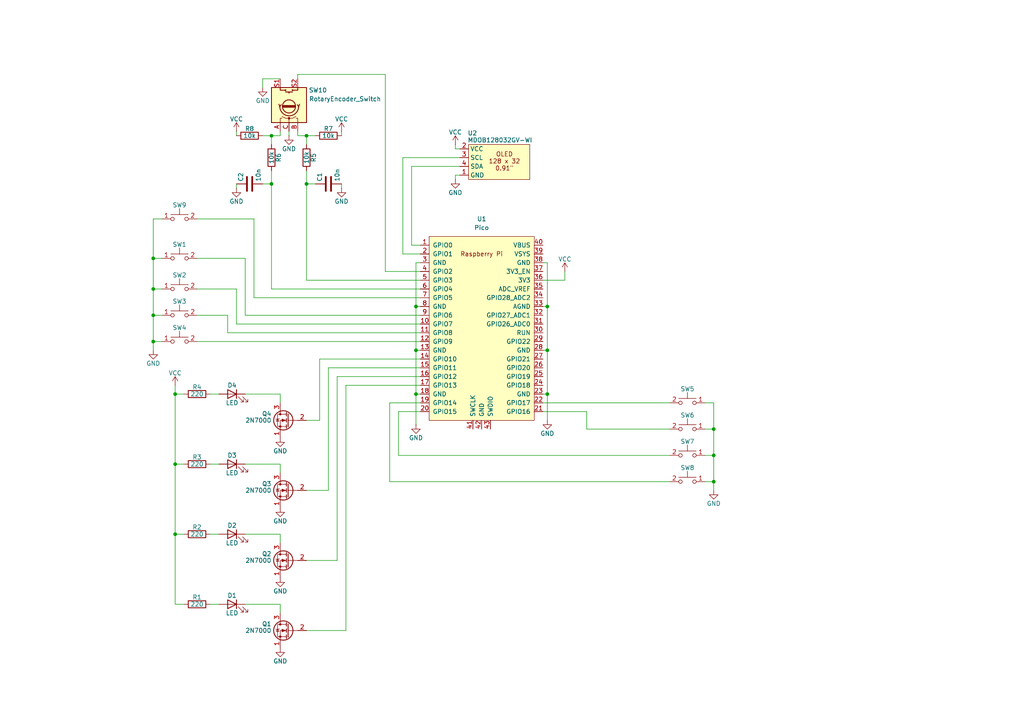
<source format=kicad_sch>
(kicad_sch (version 20231120) (generator "eeschema") (generator_version "8.0")
  (paper "A4")
  (lib_symbols
    (symbol "Device:C" (pin_numbers hide) (pin_names (offset 0.254))
      (property "Reference" "C" (at 0.635 2.54 0))
      (property "Value" "C" (at 0.635 -2.54 0))
      (symbol "C_0_1"
        (polyline (pts (xy -2.032 -0.762) (xy 2.032 -0.762)) (stroke (width 0.508)))
        (polyline (pts (xy -2.032 0.762) (xy 2.032 0.762)) (stroke (width 0.508)))
      )
      (symbol "C_1_1"
        (pin passive line (at 0 3.81 270) (length 2.794) (name "~") (number "1"))
        (pin passive line (at 0 -3.81 90) (length 2.794) (name "~") (number "2"))
      )
    )
    (symbol "Device:LED" (pin_numbers hide) (pin_names (offset 1.016) hide)
      (property "Reference" "D" (at 0 2.54 0))
      (property "Value" "LED" (at 0 -2.54 0))
      (symbol "LED_0_1"
        (polyline (pts (xy -1.27 -1.27) (xy -1.27 1.27)) (stroke (width 0.254)))
        (polyline (pts (xy -1.27 0) (xy 1.27 0)))
        (polyline (pts (xy 1.27 -1.27) (xy 1.27 1.27) (xy -1.27 0) (xy 1.27 -1.27)) (stroke (width 0.254)))
        (polyline (pts (xy -3.048 -0.762) (xy -4.572 -2.286) (xy -3.81 -2.286) (xy -4.572 -2.286) (xy -4.572 -1.524)))
        (polyline (pts (xy -1.778 -0.762) (xy -3.302 -2.286) (xy -2.54 -2.286) (xy -3.302 -2.286) (xy -3.302 -1.524)))
      )
      (symbol "LED_1_1"
        (pin passive line (at -3.81 0 0) (length 2.54) (name "K") (number "1"))
        (pin passive line (at 3.81 0 180) (length 2.54) (name "A") (number "2"))
      )
    )
    (symbol "Device:R" (pin_numbers hide) (pin_names (offset 0))
      (property "Reference" "R" (at 2.032 0 90))
      (property "Value" "R" (at 0 0 90))
      (symbol "R_0_1"
        (rectangle (start -1.016 -2.54) (end 1.016 2.54) (stroke (width 0.254)))
      )
      (symbol "R_1_1"
        (pin passive line (at 0 3.81 270) (length 1.27) (name "~") (number "1"))
        (pin passive line (at 0 -3.81 90) (length 1.27) (name "~") (number "2"))
      )
    )
    (symbol "Device:RotaryEncoder_Switch" (pin_names (offset 0.254) hide)
      (property "Reference" "SW" (at 0 6.604 0))
      (property "Value" "RotaryEncoder_Switch" (at 0 -6.604 0))
      (symbol "RotaryEncoder_Switch_0_1"
        (rectangle (start -5.08 5.08) (end 5.08 -5.08) (stroke (width 0.254)) (fill (type background)))
        (circle (center -3.81 0) (radius 0.254) (fill (type outline)))
        (circle (center -0.381 0) (radius 1.905) (stroke (width 0.254)))
        (arc (start -0.381 2.667) (mid -3.0988 -0.0635) (end -0.381 -2.794) (stroke (width 0.254)))
        (polyline (pts (xy -0.635 -1.778) (xy -0.635 1.778)) (stroke (width 0.254)))
        (polyline (pts (xy -0.381 -1.778) (xy -0.381 1.778)) (stroke (width 0.254)))
        (polyline (pts (xy -0.127 1.778) (xy -0.127 -1.778)) (stroke (width 0.254)))
        (polyline (pts (xy 3.81 0) (xy 3.429 0)) (stroke (width 0.254)))
        (polyline (pts (xy 3.81 1.016) (xy 3.81 -1.016)) (stroke (width 0.254)))
        (polyline (pts (xy -5.08 -2.54) (xy -3.81 -2.54) (xy -3.81 -2.032)))
        (polyline (pts (xy -5.08 2.54) (xy -3.81 2.54) (xy -3.81 2.032)))
        (polyline (pts (xy 0.254 -3.048) (xy -0.508 -2.794) (xy 0.127 -2.413)) (stroke (width 0.254)))
        (polyline (pts (xy 0.254 2.921) (xy -0.508 2.667) (xy 0.127 2.286)) (stroke (width 0.254)))
        (polyline (pts (xy 5.08 -2.54) (xy 4.318 -2.54) (xy 4.318 -1.016)) (stroke (width 0.254)))
        (polyline (pts (xy 5.08 2.54) (xy 4.318 2.54) (xy 4.318 1.016)) (stroke (width 0.254)))
        (polyline (pts (xy -5.08 0) (xy -3.81 0) (xy -3.81 -1.016) (xy -3.302 -2.032)))
        (polyline (pts (xy -4.318 0) (xy -3.81 0) (xy -3.81 1.016) (xy -3.302 2.032)))
        (circle (center 4.318 -1.016) (radius 0.127) (stroke (width 0.254)))
        (circle (center 4.318 1.016) (radius 0.127) (stroke (width 0.254)))
      )
      (symbol "RotaryEncoder_Switch_1_1"
        (pin passive line (at -7.62 2.54 0) (length 2.54) (name "A") (number "A"))
        (pin passive line (at -7.62 -2.54 0) (length 2.54) (name "B") (number "B"))
        (pin passive line (at -7.62 0 0) (length 2.54) (name "C") (number "C"))
        (pin passive line (at 7.62 2.54 180) (length 2.54) (name "S1") (number "S1"))
        (pin passive line (at 7.62 -2.54 180) (length 2.54) (name "S2") (number "S2"))
      )
    )
    (symbol "LiveWires:MDOB128032GV-WI"
      (property "Reference" "U" (at -0.254 4.572 0))
      (property "Value" "MDOB128032GV-WI" (at -0.254 2.54 0))
      (symbol "MDOB128032GV-WI_1_1"
        (rectangle (start 0 1.27) (end 17.78 -8.89) (fill (type background)))
        (text "OLED\n128 x 32\n0.91\"" (at 10.414 -3.556 0) (effects (font (size 1.27 1.27))))
        (pin power_in line (at -2.54 -7.62 0) (length 2.54) (name "GND") (number "1"))
        (pin power_in line (at -2.54 0 0) (length 2.54) (name "VCC") (number "2"))
        (pin input line (at -2.54 -2.54 0) (length 2.54) (name "SCL") (number "3"))
        (pin bidirectional line (at -2.54 -5.08 0) (length 2.54) (name "SDA") (number "4"))
      )
    )
    (symbol "Transistor_FET:2N7000" (pin_names hide)
      (property "Reference" "Q" (at 5.08 1.905 0))
      (property "Value" "2N7000" (at 5.08 0 0))
      (symbol "2N7000_0_1"
        (polyline (pts (xy 0.254 0) (xy -2.54 0)))
        (polyline (pts (xy 0.254 1.905) (xy 0.254 -1.905)) (stroke (width 0.254)))
        (polyline (pts (xy 0.762 -1.27) (xy 0.762 -2.286)) (stroke (width 0.254)))
        (polyline (pts (xy 0.762 0.508) (xy 0.762 -0.508)) (stroke (width 0.254)))
        (polyline (pts (xy 0.762 2.286) (xy 0.762 1.27)) (stroke (width 0.254)))
        (polyline (pts (xy 2.54 2.54) (xy 2.54 1.778)))
        (polyline (pts (xy 2.54 -2.54) (xy 2.54 0) (xy 0.762 0)))
        (polyline (pts (xy 0.762 -1.778) (xy 3.302 -1.778) (xy 3.302 1.778) (xy 0.762 1.778)))
        (polyline (pts (xy 1.016 0) (xy 2.032 0.381) (xy 2.032 -0.381) (xy 1.016 0)) (fill (type outline)))
        (polyline (pts (xy 2.794 0.508) (xy 2.921 0.381) (xy 3.683 0.381) (xy 3.81 0.254)))
        (polyline (pts (xy 3.302 0.381) (xy 2.921 -0.254) (xy 3.683 -0.254) (xy 3.302 0.381)))
        (circle (center 1.651 0) (radius 2.794) (stroke (width 0.254)))
        (circle (center 2.54 -1.778) (radius 0.254) (fill (type outline)))
        (circle (center 2.54 1.778) (radius 0.254) (fill (type outline)))
      )
      (symbol "2N7000_1_1"
        (pin passive line (at 2.54 -5.08 90) (length 2.54) (name "S") (number "1"))
        (pin input line (at -5.08 0 0) (length 2.54) (name "G") (number "2"))
        (pin passive line (at 2.54 5.08 270) (length 2.54) (name "D") (number "3"))
      )
    )
    (symbol "YE_3rdParty:Cherry_MX" (pin_names hide)
      (property "Reference" "SW" (at 0 2.032 0))
      (symbol "Cherry_MX_0_1"
        (circle (center -2.032 -1.27) (radius 0.508))
        (polyline (pts (xy 0 0) (xy 0 1.778)))
        (polyline (pts (xy 2.54 0) (xy -2.54 0)))
        (circle (center 2.032 -1.27) (radius 0.508))
        (pin passive line (at -5.08 -1.27 0) (length 2.54) (name "1") (number "1"))
        (pin passive line (at 5.08 -1.27 180) (length 2.54) (name "2") (number "2"))
      )
    )
    (symbol "YE_3rdParty:Pico" (pin_names (offset 1.016))
      (property "Reference" "U" (at -13.97 27.94 0))
      (property "Value" "Pico" (at 0 19.05 0))
      (symbol "Pico_0_0"
        (text "Raspberry Pi" (at 0 21.59 0) (effects (font (size 1.27 1.27))))
      )
      (symbol "Pico_0_1"
        (rectangle (start -15.24 26.67) (end 15.24 -26.67) (fill (type background)))
      )
      (symbol "Pico_1_1"
        (pin bidirectional line (at -17.78 24.13 0) (length 2.54) (name "GPIO0") (number "1"))
        (pin bidirectional line (at -17.78 1.27 0) (length 2.54) (name "GPIO7") (number "10"))
        (pin bidirectional line (at -17.78 -1.27 0) (length 2.54) (name "GPIO8") (number "11"))
        (pin bidirectional line (at -17.78 -3.81 0) (length 2.54) (name "GPIO9") (number "12"))
        (pin power_in line (at -17.78 -6.35 0) (length 2.54) (name "GND") (number "13"))
        (pin bidirectional line (at -17.78 -8.89 0) (length 2.54) (name "GPIO10") (number "14"))
        (pin bidirectional line (at -17.78 -11.43 0) (length 2.54) (name "GPIO11") (number "15"))
        (pin bidirectional line (at -17.78 -13.97 0) (length 2.54) (name "GPIO12") (number "16"))
        (pin bidirectional line (at -17.78 -16.51 0) (length 2.54) (name "GPIO13") (number "17"))
        (pin power_in line (at -17.78 -19.05 0) (length 2.54) (name "GND") (number "18"))
        (pin bidirectional line (at -17.78 -21.59 0) (length 2.54) (name "GPIO14") (number "19"))
        (pin bidirectional line (at -17.78 21.59 0) (length 2.54) (name "GPIO1") (number "2"))
        (pin bidirectional line (at -17.78 -24.13 0) (length 2.54) (name "GPIO15") (number "20"))
        (pin bidirectional line (at 17.78 -24.13 180) (length 2.54) (name "GPIO16") (number "21"))
        (pin bidirectional line (at 17.78 -21.59 180) (length 2.54) (name "GPIO17") (number "22"))
        (pin power_in line (at 17.78 -19.05 180) (length 2.54) (name "GND") (number "23"))
        (pin bidirectional line (at 17.78 -16.51 180) (length 2.54) (name "GPIO18") (number "24"))
        (pin bidirectional line (at 17.78 -13.97 180) (length 2.54) (name "GPIO19") (number "25"))
        (pin bidirectional line (at 17.78 -11.43 180) (length 2.54) (name "GPIO20") (number "26"))
        (pin bidirectional line (at 17.78 -8.89 180) (length 2.54) (name "GPIO21") (number "27"))
        (pin power_in line (at 17.78 -6.35 180) (length 2.54) (name "GND") (number "28"))
        (pin bidirectional line (at 17.78 -3.81 180) (length 2.54) (name "GPIO22") (number "29"))
        (pin power_in line (at -17.78 19.05 0) (length 2.54) (name "GND") (number "3"))
        (pin input line (at 17.78 -1.27 180) (length 2.54) (name "RUN") (number "30"))
        (pin bidirectional line (at 17.78 1.27 180) (length 2.54) (name "GPIO26_ADC0") (number "31"))
        (pin bidirectional line (at 17.78 3.81 180) (length 2.54) (name "GPIO27_ADC1") (number "32"))
        (pin power_in line (at 17.78 6.35 180) (length 2.54) (name "AGND") (number "33"))
        (pin bidirectional line (at 17.78 8.89 180) (length 2.54) (name "GPIO28_ADC2") (number "34"))
        (pin unspecified line (at 17.78 11.43 180) (length 2.54) (name "ADC_VREF") (number "35"))
        (pin unspecified line (at 17.78 13.97 180) (length 2.54) (name "3V3") (number "36"))
        (pin input line (at 17.78 16.51 180) (length 2.54) (name "3V3_EN") (number "37"))
        (pin bidirectional line (at 17.78 19.05 180) (length 2.54) (name "GND") (number "38"))
        (pin unspecified line (at 17.78 21.59 180) (length 2.54) (name "VSYS") (number "39"))
        (pin bidirectional line (at -17.78 16.51 0) (length 2.54) (name "GPIO2") (number "4"))
        (pin unspecified line (at 17.78 24.13 180) (length 2.54) (name "VBUS") (number "40"))
        (pin input line (at -2.54 -29.21 90) (length 2.54) (name "SWCLK") (number "41"))
        (pin power_in line (at 0 -29.21 90) (length 2.54) (name "GND") (number "42"))
        (pin bidirectional line (at 2.54 -29.21 90) (length 2.54) (name "SWDIO") (number "43"))
        (pin bidirectional line (at -17.78 13.97 0) (length 2.54) (name "GPIO3") (number "5"))
        (pin bidirectional line (at -17.78 11.43 0) (length 2.54) (name "GPIO4") (number "6"))
        (pin bidirectional line (at -17.78 8.89 0) (length 2.54) (name "GPIO5") (number "7"))
        (pin power_in line (at -17.78 6.35 0) (length 2.54) (name "GND") (number "8"))
        (pin bidirectional line (at -17.78 3.81 0) (length 2.54) (name "GPIO6") (number "9"))
      )
    )
    (symbol "power:GND" (power) (pin_numbers hide) (pin_names (offset 0) hide)
      (property "Value" "GND" (at 0 -3.81 0))
      (symbol "GND_0_1"
        (polyline (pts (xy 0 0) (xy 0 -1.27) (xy 1.27 -1.27) (xy 0 -2.54) (xy -1.27 -1.27) (xy 0 -1.27)))
      )
      (symbol "GND_1_1"
        (pin power_in line (at 0 0 270) (length 0) (name "~") (number "1"))
      )
    )
    (symbol "power:VCC" (power) (pin_numbers hide) (pin_names (offset 0) hide)
      (property "Value" "VCC" (at 0 3.556 0))
      (symbol "VCC_0_1"
        (polyline (pts (xy -0.762 1.27) (xy 0 2.54)))
        (polyline (pts (xy 0 0) (xy 0 2.54)))
        (polyline (pts (xy 0 2.54) (xy 0.762 1.27)))
      )
      (symbol "VCC_1_1"
        (pin power_in line (at 0 0 90) (length 0) (name "~") (number "1"))
      )
    )
  )
  (junction (at 50.8 134.62))
  (junction (at 207.01 139.7))
  (junction (at 50.8 154.94))
  (junction (at 50.8 114.3))
  (junction (at 44.45 83.82))
  (junction (at 88.9 39.37))
  (junction (at 78.74 39.37))
  (junction (at 207.01 132.08))
  (junction (at 44.45 99.06))
  (junction (at 158.75 88.9))
  (junction (at 120.65 101.6))
  (junction (at 120.65 88.9))
  (junction (at 158.75 101.6))
  (junction (at 78.74 53.34))
  (junction (at 158.75 114.3))
  (junction (at 207.01 124.46))
  (junction (at 88.9 53.34))
  (junction (at 44.45 91.44))
  (junction (at 44.45 74.93))
  (junction (at 120.65 114.3))
  (wire (pts (xy 71.12 91.44) (xy 121.92 91.44)))
  (wire (pts (xy 163.83 81.28) (xy 163.83 78.74)))
  (wire (pts (xy 121.92 76.2) (xy 120.65 76.2)))
  (wire (pts (xy 88.9 162.56) (xy 97.79 162.56)))
  (wire (pts (xy 44.45 91.44) (xy 46.99 91.44)))
  (wire (pts (xy 83.82 38.1) (xy 83.82 39.37)))
  (wire (pts (xy 78.74 53.34) (xy 78.74 83.82)))
  (wire (pts (xy 133.35 50.8) (xy 132.08 50.8)))
  (wire (pts (xy 73.66 86.36) (xy 121.92 86.36)))
  (wire (pts (xy 121.92 73.66) (xy 116.84 73.66)))
  (wire (pts (xy 86.36 22.86) (xy 86.36 21.59)))
  (wire (pts (xy 119.38 48.26) (xy 119.38 71.12)))
  (wire (pts (xy 81.28 114.3) (xy 81.28 116.84)))
  (wire (pts (xy 88.9 81.28) (xy 88.9 53.34)))
  (wire (pts (xy 121.92 101.6) (xy 120.65 101.6)))
  (wire (pts (xy 86.36 39.37) (xy 88.9 39.37)))
  (wire (pts (xy 86.36 21.59) (xy 111.76 21.59)))
  (wire (pts (xy 119.38 71.12) (xy 121.92 71.12)))
  (wire (pts (xy 66.04 96.52) (xy 66.04 91.44)))
  (wire (pts (xy 113.03 139.7) (xy 113.03 116.84)))
  (wire (pts (xy 194.31 139.7) (xy 113.03 139.7)))
  (wire (pts (xy 121.92 106.68) (xy 95.25 106.68)))
  (wire (pts (xy 95.25 142.24) (xy 88.9 142.24)))
  (wire (pts (xy 158.75 88.9) (xy 158.75 76.2)))
  (wire (pts (xy 88.9 121.92) (xy 92.71 121.92)))
  (wire (pts (xy 57.15 74.93) (xy 71.12 74.93)))
  (wire (pts (xy 121.92 88.9) (xy 120.65 88.9)))
  (wire (pts (xy 99.06 38.1) (xy 99.06 39.37)))
  (wire (pts (xy 78.74 49.53) (xy 78.74 53.34)))
  (wire (pts (xy 121.92 114.3) (xy 120.65 114.3)))
  (wire (pts (xy 95.25 106.68) (xy 95.25 142.24)))
  (wire (pts (xy 157.48 101.6) (xy 158.75 101.6)))
  (wire (pts (xy 207.01 124.46) (xy 207.01 132.08)))
  (wire (pts (xy 76.2 22.86) (xy 81.28 22.86)))
  (wire (pts (xy 76.2 25.4) (xy 76.2 22.86)))
  (wire (pts (xy 81.28 134.62) (xy 71.12 134.62)))
  (wire (pts (xy 68.58 53.34) (xy 68.58 54.61)))
  (wire (pts (xy 50.8 114.3) (xy 50.8 134.62)))
  (wire (pts (xy 204.47 116.84) (xy 207.01 116.84)))
  (wire (pts (xy 121.92 119.38) (xy 115.57 119.38)))
  (wire (pts (xy 44.45 83.82) (xy 44.45 91.44)))
  (wire (pts (xy 78.74 83.82) (xy 121.92 83.82)))
  (wire (pts (xy 157.48 116.84) (xy 194.31 116.84)))
  (wire (pts (xy 81.28 137.16) (xy 81.28 134.62)))
  (wire (pts (xy 100.33 111.76) (xy 100.33 182.88)))
  (wire (pts (xy 111.76 78.74) (xy 121.92 78.74)))
  (wire (pts (xy 68.58 38.1) (xy 68.58 39.37)))
  (wire (pts (xy 88.9 39.37) (xy 91.44 39.37)))
  (wire (pts (xy 97.79 162.56) (xy 97.79 109.22)))
  (wire (pts (xy 63.5 175.26) (xy 60.96 175.26)))
  (wire (pts (xy 88.9 39.37) (xy 88.9 41.91)))
  (wire (pts (xy 204.47 132.08) (xy 207.01 132.08)))
  (wire (pts (xy 71.12 114.3) (xy 81.28 114.3)))
  (wire (pts (xy 207.01 132.08) (xy 207.01 139.7)))
  (wire (pts (xy 81.28 154.94) (xy 81.28 157.48)))
  (wire (pts (xy 116.84 45.72) (xy 133.35 45.72)))
  (wire (pts (xy 81.28 39.37) (xy 78.74 39.37)))
  (wire (pts (xy 158.75 121.92) (xy 158.75 114.3)))
  (wire (pts (xy 158.75 101.6) (xy 158.75 88.9)))
  (wire (pts (xy 207.01 139.7) (xy 207.01 142.24)))
  (wire (pts (xy 115.57 119.38) (xy 115.57 132.08)))
  (wire (pts (xy 88.9 49.53) (xy 88.9 53.34)))
  (wire (pts (xy 78.74 39.37) (xy 78.74 41.91)))
  (wire (pts (xy 92.71 121.92) (xy 92.71 104.14)))
  (wire (pts (xy 50.8 114.3) (xy 53.34 114.3)))
  (wire (pts (xy 53.34 134.62) (xy 50.8 134.62)))
  (wire (pts (xy 157.48 119.38) (xy 170.18 119.38)))
  (wire (pts (xy 44.45 83.82) (xy 46.99 83.82)))
  (wire (pts (xy 157.48 88.9) (xy 158.75 88.9)))
  (wire (pts (xy 71.12 154.94) (xy 81.28 154.94)))
  (wire (pts (xy 63.5 114.3) (xy 60.96 114.3)))
  (wire (pts (xy 111.76 21.59) (xy 111.76 78.74)))
  (wire (pts (xy 68.58 83.82) (xy 57.15 83.82)))
  (wire (pts (xy 53.34 154.94) (xy 50.8 154.94)))
  (wire (pts (xy 68.58 93.98) (xy 121.92 93.98)))
  (wire (pts (xy 100.33 182.88) (xy 88.9 182.88)))
  (wire (pts (xy 92.71 104.14) (xy 121.92 104.14)))
  (wire (pts (xy 50.8 154.94) (xy 50.8 175.26)))
  (wire (pts (xy 132.08 50.8) (xy 132.08 52.07)))
  (wire (pts (xy 44.45 91.44) (xy 44.45 99.06)))
  (wire (pts (xy 44.45 99.06) (xy 46.99 99.06)))
  (wire (pts (xy 50.8 134.62) (xy 50.8 154.94)))
  (wire (pts (xy 66.04 91.44) (xy 57.15 91.44)))
  (wire (pts (xy 57.15 99.06) (xy 121.92 99.06)))
  (wire (pts (xy 81.28 38.1) (xy 81.28 39.37)))
  (wire (pts (xy 86.36 38.1) (xy 86.36 39.37)))
  (wire (pts (xy 158.75 76.2) (xy 157.48 76.2)))
  (wire (pts (xy 44.45 74.93) (xy 44.45 83.82)))
  (wire (pts (xy 204.47 124.46) (xy 207.01 124.46)))
  (wire (pts (xy 120.65 88.9) (xy 120.65 101.6)))
  (wire (pts (xy 71.12 74.93) (xy 71.12 91.44)))
  (wire (pts (xy 133.35 48.26) (xy 119.38 48.26)))
  (wire (pts (xy 132.08 41.91) (xy 132.08 43.18)))
  (wire (pts (xy 157.48 114.3) (xy 158.75 114.3)))
  (wire (pts (xy 46.99 74.93) (xy 44.45 74.93)))
  (wire (pts (xy 44.45 99.06) (xy 44.45 101.6)))
  (wire (pts (xy 113.03 116.84) (xy 121.92 116.84)))
  (wire (pts (xy 204.47 139.7) (xy 207.01 139.7)))
  (wire (pts (xy 71.12 175.26) (xy 81.28 175.26)))
  (wire (pts (xy 170.18 124.46) (xy 194.31 124.46)))
  (wire (pts (xy 157.48 81.28) (xy 163.83 81.28)))
  (wire (pts (xy 68.58 83.82) (xy 68.58 93.98)))
  (wire (pts (xy 120.65 101.6) (xy 120.65 114.3)))
  (wire (pts (xy 115.57 132.08) (xy 194.31 132.08)))
  (wire (pts (xy 46.99 63.5) (xy 44.45 63.5)))
  (wire (pts (xy 63.5 134.62) (xy 60.96 134.62)))
  (wire (pts (xy 132.08 43.18) (xy 133.35 43.18)))
  (wire (pts (xy 158.75 114.3) (xy 158.75 101.6)))
  (wire (pts (xy 120.65 114.3) (xy 120.65 123.19)))
  (wire (pts (xy 81.28 175.26) (xy 81.28 177.8)))
  (wire (pts (xy 76.2 39.37) (xy 78.74 39.37)))
  (wire (pts (xy 63.5 154.94) (xy 60.96 154.94)))
  (wire (pts (xy 57.15 63.5) (xy 73.66 63.5)))
  (wire (pts (xy 120.65 76.2) (xy 120.65 88.9)))
  (wire (pts (xy 50.8 111.76) (xy 50.8 114.3)))
  (wire (pts (xy 88.9 81.28) (xy 121.92 81.28)))
  (wire (pts (xy 73.66 63.5) (xy 73.66 86.36)))
  (wire (pts (xy 170.18 119.38) (xy 170.18 124.46)))
  (wire (pts (xy 44.45 63.5) (xy 44.45 74.93)))
  (wire (pts (xy 76.2 53.34) (xy 78.74 53.34)))
  (wire (pts (xy 50.8 175.26) (xy 53.34 175.26)))
  (wire (pts (xy 207.01 116.84) (xy 207.01 124.46)))
  (wire (pts (xy 99.06 53.34) (xy 99.06 54.61)))
  (wire (pts (xy 97.79 109.22) (xy 121.92 109.22)))
  (wire (pts (xy 121.92 111.76) (xy 100.33 111.76)))
  (wire (pts (xy 66.04 96.52) (xy 121.92 96.52)))
  (wire (pts (xy 88.9 53.34) (xy 91.44 53.34)))
  (wire (pts (xy 116.84 73.66) (xy 116.84 45.72)))
  (symbol (lib_id "power:GND") (at 158.75 121.92 0) (unit 1)
    (property "Reference" "#PWR010" (effects (hide yes)))
    (property "Value" "GND" (at 158.75 125.73 0))
    (property "Description" "Power symbol creates a global label with name \"GND\" , ground" (effects (hide yes)))
  )
  (symbol (lib_id "power:GND") (at 81.28 187.96 0) (mirror y) (unit 1)
    (property "Reference" "#PWR02" (effects (hide yes)))
    (property "Value" "GND" (at 81.28 191.77 0))
    (property "Description" "Power symbol creates a global label with name \"GND\" , ground" (effects (hide yes)))
  )
  (symbol (lib_id "power:GND") (at 81.28 127 0) (mirror y) (unit 1)
    (property "Reference" "#PWR05" (effects (hide yes)))
    (property "Value" "GND" (at 81.28 130.81 0))
    (property "Description" "Power symbol creates a global label with name \"GND\" , ground" (effects (hide yes)))
  )
  (symbol (lib_id "YE_3rdParty:Cherry_MX") (at 52.07 62.23 0) (unit 1)
    (property "Reference" "SW9" (at 52.07 60.198 0) (effects (justify bottom)))
    (property "Footprint" "LiveWires:LW_CherrySwitch" (effects (hide yes)))
    (property "Datasheet" "https://www.keychron.uk/products/kailh-switch-set?variant=43373899579562" (effects (hide yes)))
    (property "Cost" "0.18" (effects (hide yes)))
    (property "MPN" "Blue switch" (effects (hide yes)))
    (property "Manufacturer" "Kailh" (effects (hide yes)))
    (property "Order code" "G80" (effects (hide yes)))
    (property "Supplier" "Keychron" (effects (hide yes)))
  )
  (symbol (lib_id "Device:LED") (at 67.31 114.3 0) (mirror y) (unit 1)
    (property "Reference" "D4" (at 67.31 111.76 0))
    (property "Value" "LED" (at 67.31 116.84 0))
    (property "Footprint" "LiveWires:LW_LED_D5.0mm" (effects (hide yes)))
    (property "Description" "Light emitting diode" (effects (hide yes)))
    (property "Cost" "0.077" (effects (hide yes)))
    (property "MPN" "WP7113ID" (effects (hide yes)))
    (property "Manufacturer" "Kingbright" (effects (hide yes)))
    (property "Order code" " 604-WP7113ID " (effects (hide yes)))
    (property "Supplier" "Mouser" (effects (hide yes)))
  )
  (symbol (lib_id "YE_3rdParty:Cherry_MX") (at 199.39 115.57 0) (mirror y) (unit 1)
    (property "Reference" "SW5" (at 199.39 113.538 0) (effects (justify bottom)))
    (property "Footprint" "LiveWires:LW_CherrySwitch" (effects (hide yes)))
    (property "Datasheet" "https://www.keychron.uk/products/kailh-switch-set?variant=43373899579562" (effects (hide yes)))
    (property "Cost" "0.18" (effects (hide yes)))
    (property "MPN" "Blue switch" (effects (hide yes)))
    (property "Manufacturer" "Kailh" (effects (hide yes)))
    (property "Order code" "G80" (effects (hide yes)))
    (property "Supplier" "Keychron" (effects (hide yes)))
  )
  (symbol (lib_id "Device:C") (at 95.25 53.34 90) (unit 1)
    (property "Reference" "C1" (at 92.71 52.705 0) (effects (justify left)))
    (property "Value" "10n" (at 97.79 52.705 0) (effects (justify left)))
    (property "Footprint" "LiveWires:LW_Cap_Disc" (effects (hide yes)))
    (property "Description" "Unpolarized capacitor" (effects (hide yes)))
  )
  (symbol (lib_id "power:GND") (at 68.58 54.61 0) (unit 1)
    (property "Reference" "#PWR015" (effects (hide yes)))
    (property "Value" "GND" (at 68.58 58.42 0))
    (property "Description" "Power symbol creates a global label with name \"GND\" , ground" (effects (hide yes)))
  )
  (symbol (lib_id "Transistor_FET:2N7000") (at 83.82 162.56 0) (mirror y) (unit 1)
    (property "Reference" "Q2" (at 78.74 160.655 0) (effects (justify left)))
    (property "Value" "2N7000" (at 78.74 162.56 0) (effects (justify left)))
    (property "Footprint" "LiveWires:LW_TO-92" (effects (hide yes)))
    (property "Datasheet" "https://diotec.com/request/datasheet/2n7000.pdf" (effects (hide yes)))
    (property "Description" "0.2A Id, 200V Vds, N-Channel MOSFET, 2.6V Logic Level, TO-92" (effects (hide yes)))
    (property "Cost" "0.232" (effects (hide yes)))
    (property "MPN" "2N7000" (effects (hide yes)))
    (property "Manufacturer" "Diotec" (effects (hide yes)))
    (property "Order code" " 637-2N7000 " (effects (hide yes)))
    (property "Supplier" "Mouser" (effects (hide yes)))
  )
  (symbol (lib_id "Device:LED") (at 67.31 175.26 0) (mirror y) (unit 1)
    (property "Reference" "D1" (at 67.31 172.72 0))
    (property "Value" "LED" (at 67.31 177.8 0))
    (property "Footprint" "LiveWires:LW_LED_D5.0mm" (effects (hide yes)))
    (property "Description" "Light emitting diode" (effects (hide yes)))
    (property "Cost" "0.077" (effects (hide yes)))
    (property "MPN" "WP7113ID" (effects (hide yes)))
    (property "Manufacturer" "Kingbright" (effects (hide yes)))
    (property "Order code" " 604-WP7113ID " (effects (hide yes)))
    (property "Supplier" "Mouser" (effects (hide yes)))
  )
  (symbol (lib_id "Device:C") (at 72.39 53.34 90) (unit 1)
    (property "Reference" "C2" (at 69.85 52.705 0) (effects (justify left)))
    (property "Value" "10n" (at 74.93 52.705 0) (effects (justify left)))
    (property "Footprint" "LiveWires:LW_Cap_Disc" (effects (hide yes)))
    (property "Description" "Unpolarized capacitor" (effects (hide yes)))
  )
  (symbol (lib_id "Device:R") (at 72.39 39.37 90) (unit 1)
    (property "Reference" "R8" (at 72.39 37.338 90))
    (property "Value" "10k" (at 72.39 39.37 90))
    (property "Footprint" "LiveWires:LW_Res" (effects (hide yes)))
    (property "Description" "Resistor" (effects (hide yes)))
  )
  (symbol (lib_id "Device:LED") (at 67.31 154.94 0) (mirror y) (unit 1)
    (property "Reference" "D2" (at 67.31 152.4 0))
    (property "Value" "LED" (at 67.31 157.48 0))
    (property "Footprint" "LiveWires:LW_LED_D5.0mm" (effects (hide yes)))
    (property "Description" "Light emitting diode" (effects (hide yes)))
    (property "Cost" "0.077" (effects (hide yes)))
    (property "MPN" "WP7113ID" (effects (hide yes)))
    (property "Manufacturer" "Kingbright" (effects (hide yes)))
    (property "Order code" " 604-WP7113ID " (effects (hide yes)))
    (property "Supplier" "Mouser" (effects (hide yes)))
  )
  (symbol (lib_id "power:VCC") (at 68.58 38.1 0) (unit 1)
    (property "Reference" "#PWR017" (effects (hide yes)))
    (property "Value" "VCC" (at 68.58 34.544 0))
    (property "Description" "Power symbol creates a global label with name \"VCC\"" (effects (hide yes)))
  )
  (symbol (lib_id "power:GND") (at 81.28 147.32 0) (mirror y) (unit 1)
    (property "Reference" "#PWR04" (effects (hide yes)))
    (property "Value" "GND" (at 81.28 151.13 0))
    (property "Description" "Power symbol creates a global label with name \"GND\" , ground" (effects (hide yes)))
  )
  (symbol (lib_id "YE_3rdParty:Cherry_MX") (at 52.07 90.17 0) (unit 1)
    (property "Reference" "SW3" (at 52.07 88.138 0) (effects (justify bottom)))
    (property "Footprint" "LiveWires:LW_CherrySwitch" (effects (hide yes)))
    (property "Datasheet" "https://www.keychron.uk/products/kailh-switch-set?variant=43373899579562" (effects (hide yes)))
    (property "Cost" "0.18" (effects (hide yes)))
    (property "MPN" "Blue switch" (effects (hide yes)))
    (property "Manufacturer" "Kailh" (effects (hide yes)))
    (property "Order code" "G80" (effects (hide yes)))
    (property "Supplier" "Keychron" (effects (hide yes)))
  )
  (symbol (lib_id "YE_3rdParty:Cherry_MX") (at 52.07 82.55 0) (unit 1)
    (property "Reference" "SW2" (at 52.07 80.518 0) (effects (justify bottom)))
    (property "Footprint" "LiveWires:LW_CherrySwitch" (effects (hide yes)))
    (property "Datasheet" "https://www.keychron.uk/products/kailh-switch-set?variant=43373899579562" (effects (hide yes)))
    (property "Cost" "0.18" (effects (hide yes)))
    (property "MPN" "Blue switch" (effects (hide yes)))
    (property "Manufacturer" "Kailh" (effects (hide yes)))
    (property "Order code" "G80" (effects (hide yes)))
    (property "Supplier" "Keychron" (effects (hide yes)))
  )
  (symbol (lib_id "Transistor_FET:2N7000") (at 83.82 142.24 0) (mirror y) (unit 1)
    (property "Reference" "Q3" (at 78.74 140.335 0) (effects (justify left)))
    (property "Value" "2N7000" (at 78.74 142.24 0) (effects (justify left)))
    (property "Footprint" "LiveWires:LW_TO-92" (effects (hide yes)))
    (property "Datasheet" "https://diotec.com/request/datasheet/2n7000.pdf" (effects (hide yes)))
    (property "Description" "0.2A Id, 200V Vds, N-Channel MOSFET, 2.6V Logic Level, TO-92" (effects (hide yes)))
    (property "Cost" "0.232" (effects (hide yes)))
    (property "MPN" "2N7000" (effects (hide yes)))
    (property "Manufacturer" "Diotec" (effects (hide yes)))
    (property "Order code" " 637-2N7000 " (effects (hide yes)))
    (property "Supplier" "Mouser" (effects (hide yes)))
  )
  (symbol (lib_id "YE_3rdParty:Cherry_MX") (at 199.39 138.43 0) (mirror y) (unit 1)
    (property "Reference" "SW8" (at 199.39 136.398 0) (effects (justify bottom)))
    (property "Footprint" "LiveWires:LW_CherrySwitch" (effects (hide yes)))
    (property "Datasheet" "https://www.keychron.uk/products/kailh-switch-set?variant=43373899579562" (effects (hide yes)))
    (property "Cost" "0.18" (effects (hide yes)))
    (property "MPN" "Blue switch" (effects (hide yes)))
    (property "Manufacturer" "Kailh" (effects (hide yes)))
    (property "Order code" "G80" (effects (hide yes)))
    (property "Supplier" "Keychron" (effects (hide yes)))
  )
  (symbol (lib_id "power:GND") (at 76.2 25.4 0) (unit 1)
    (property "Reference" "#PWR06" (effects (hide yes)))
    (property "Value" "GND" (at 76.2 29.21 0))
    (property "Description" "Power symbol creates a global label with name \"GND\" , ground" (effects (hide yes)))
  )
  (symbol (lib_id "LiveWires:MDOB128032GV-WI") (at 135.89 43.18 0) (unit 1)
    (property "Reference" "U2" (at 135.636 38.608 0) (effects (justify left)))
    (property "Value" "MDOB128032GV-WI" (at 135.636 40.64 0) (effects (justify left)))
    (property "Footprint" "LiveWires:LW_MIDAS_OLED_128x32_0.91in" (effects (hide yes)))
    (property "Description" "OLED 128 x 32, 0.91\", I2C" (effects (hide yes)))
    (property "MPN" "MDOB128032GV-WI" (effects (hide yes)))
    (property "Manufacturer" "Midas" (effects (hide yes)))
    (property "Order code" "254-3581" (effects (hide yes)))
    (property "Supplier" "RS" (effects (hide yes)))
    (property "Cost" "7.12" (effects (hide yes)))
  )
  (symbol (lib_id "Transistor_FET:2N7000") (at 83.82 182.88 0) (mirror y) (unit 1)
    (property "Reference" "Q1" (at 78.74 180.975 0) (effects (justify left)))
    (property "Value" "2N7000" (at 78.74 182.88 0) (effects (justify left)))
    (property "Footprint" "LiveWires:LW_TO-92" (effects (hide yes)))
    (property "Datasheet" "https://diotec.com/request/datasheet/2n7000.pdf" (effects (hide yes)))
    (property "Description" "0.2A Id, 200V Vds, N-Channel MOSFET, 2.6V Logic Level, TO-92" (effects (hide yes)))
    (property "Cost" "0.232" (effects (hide yes)))
    (property "MPN" "2N7000" (effects (hide yes)))
    (property "Manufacturer" "Diotec" (effects (hide yes)))
    (property "Order code" " 637-2N7000 " (effects (hide yes)))
    (property "Supplier" "Mouser" (effects (hide yes)))
  )
  (symbol (lib_id "power:VCC") (at 163.83 78.74 0) (unit 1)
    (property "Reference" "#PWR09" (effects (hide yes)))
    (property "Value" "VCC" (at 163.83 75.184 0))
    (property "Description" "Power symbol creates a global label with name \"VCC\"" (effects (hide yes)))
  )
  (symbol (lib_id "power:VCC") (at 132.08 41.91 0) (unit 1)
    (property "Reference" "#PWR012" (effects (hide yes)))
    (property "Value" "VCC" (at 132.08 38.354 0))
    (property "Description" "Power symbol creates a global label with name \"VCC\"" (effects (hide yes)))
  )
  (symbol (lib_id "power:GND") (at 83.82 39.37 0) (unit 1)
    (property "Reference" "#PWR07" (effects (hide yes)))
    (property "Value" "GND" (at 83.82 43.18 0))
    (property "Description" "Power symbol creates a global label with name \"GND\" , ground" (effects (hide yes)))
  )
  (symbol (lib_id "Device:R") (at 95.25 39.37 90) (unit 1)
    (property "Reference" "R7" (at 95.25 37.338 90))
    (property "Value" "10k" (at 95.25 39.37 90))
    (property "Footprint" "LiveWires:LW_Res" (effects (hide yes)))
    (property "Description" "Resistor" (effects (hide yes)))
  )
  (symbol (lib_id "power:VCC") (at 50.8 111.76 0) (mirror y) (unit 1)
    (property "Reference" "#PWR08" (effects (hide yes)))
    (property "Value" "VCC" (at 50.8 108.204 0))
    (property "Description" "Power symbol creates a global label with name \"VCC\"" (effects (hide yes)))
  )
  (symbol (lib_id "YE_3rdParty:Cherry_MX") (at 199.39 130.81 0) (mirror y) (unit 1)
    (property "Reference" "SW7" (at 199.39 128.778 0) (effects (justify bottom)))
    (property "Footprint" "LiveWires:LW_CherrySwitch" (effects (hide yes)))
    (property "Datasheet" "https://www.keychron.uk/products/kailh-switch-set?variant=43373899579562" (effects (hide yes)))
    (property "Cost" "0.18" (effects (hide yes)))
    (property "MPN" "Blue switch" (effects (hide yes)))
    (property "Manufacturer" "Kailh" (effects (hide yes)))
    (property "Order code" "G80" (effects (hide yes)))
    (property "Supplier" "Keychron" (effects (hide yes)))
  )
  (symbol (lib_id "Device:R") (at 78.74 45.72 0) (unit 1)
    (property "Reference" "R6" (at 80.772 45.72 90))
    (property "Value" "10k" (at 78.74 45.72 90))
    (property "Footprint" "LiveWires:LW_Res" (effects (hide yes)))
    (property "Description" "Resistor" (effects (hide yes)))
  )
  (symbol (lib_id "power:GND") (at 120.65 123.19 0) (unit 1)
    (property "Reference" "#PWR011" (effects (hide yes)))
    (property "Value" "GND" (at 120.65 127 0))
    (property "Description" "Power symbol creates a global label with name \"GND\" , ground" (effects (hide yes)))
  )
  (symbol (lib_id "power:GND") (at 44.45 101.6 0) (unit 1)
    (property "Reference" "#PWR018" (effects (hide yes)))
    (property "Value" "GND" (at 44.45 105.41 0))
    (property "Description" "Power symbol creates a global label with name \"GND\" , ground" (effects (hide yes)))
  )
  (symbol (lib_id "YE_3rdParty:Cherry_MX") (at 52.07 97.79 0) (unit 1)
    (property "Reference" "SW4" (at 52.07 95.758 0) (effects (justify bottom)))
    (property "Footprint" "LiveWires:LW_CherrySwitch" (effects (hide yes)))
    (property "Datasheet" "https://www.keychron.uk/products/kailh-switch-set?variant=43373899579562" (effects (hide yes)))
    (property "Cost" "0.18" (effects (hide yes)))
    (property "MPN" "Blue switch" (effects (hide yes)))
    (property "Manufacturer" "Kailh" (effects (hide yes)))
    (property "Order code" "G80" (effects (hide yes)))
    (property "Supplier" "Keychron" (effects (hide yes)))
  )
  (symbol (lib_id "power:GND") (at 81.28 167.64 0) (mirror y) (unit 1)
    (property "Reference" "#PWR03" (effects (hide yes)))
    (property "Value" "GND" (at 81.28 171.45 0))
    (property "Description" "Power symbol creates a global label with name \"GND\" , ground" (effects (hide yes)))
  )
  (symbol (lib_id "power:GND") (at 207.01 142.24 0) (mirror y) (unit 1)
    (property "Reference" "#PWR01" (effects (hide yes)))
    (property "Value" "GND" (at 207.01 146.05 0))
    (property "Description" "Power symbol creates a global label with name \"GND\" , ground" (effects (hide yes)))
  )
  (symbol (lib_id "Device:R") (at 57.15 114.3 270) (mirror x) (unit 1)
    (property "Reference" "R4" (at 57.15 112.268 90))
    (property "Value" "220" (at 57.15 114.3 90))
    (property "Footprint" "LiveWires:LW_Res" (effects (hide yes)))
    (property "Description" "Resistor" (effects (hide yes)))
  )
  (symbol (lib_id "power:VCC") (at 99.06 38.1 0) (unit 1)
    (property "Reference" "#PWR016" (effects (hide yes)))
    (property "Value" "VCC" (at 99.06 34.544 0))
    (property "Description" "Power symbol creates a global label with name \"VCC\"" (effects (hide yes)))
  )
  (symbol (lib_id "YE_3rdParty:Cherry_MX") (at 52.07 73.66 0) (unit 1)
    (property "Reference" "SW1" (at 52.07 71.628 0) (effects (justify bottom)))
    (property "Footprint" "LiveWires:LW_CherrySwitch" (effects (hide yes)))
    (property "Datasheet" "https://www.keychron.uk/products/kailh-switch-set?variant=43373899579562" (effects (hide yes)))
    (property "Cost" "0.18" (effects (hide yes)))
    (property "MPN" "Blue switch" (effects (hide yes)))
    (property "Manufacturer" "Kailh" (effects (hide yes)))
    (property "Order code" "G80" (effects (hide yes)))
    (property "Supplier" "Keychron" (effects (hide yes)))
  )
  (symbol (lib_id "Device:R") (at 57.15 154.94 270) (mirror x) (unit 1)
    (property "Reference" "R2" (at 57.15 152.908 90))
    (property "Value" "220" (at 57.15 154.94 90))
    (property "Footprint" "LiveWires:LW_Res" (effects (hide yes)))
    (property "Description" "Resistor" (effects (hide yes)))
  )
  (symbol (lib_id "Device:R") (at 57.15 175.26 270) (mirror x) (unit 1)
    (property "Reference" "R1" (at 57.15 173.228 90))
    (property "Value" "220" (at 57.15 175.26 90))
    (property "Footprint" "LiveWires:LW_Res" (effects (hide yes)))
    (property "Description" "Resistor" (effects (hide yes)))
  )
  (symbol (lib_id "YE_3rdParty:Cherry_MX") (at 199.39 123.19 0) (mirror y) (unit 1)
    (property "Reference" "SW6" (at 199.39 121.158 0) (effects (justify bottom)))
    (property "Footprint" "LiveWires:LW_CherrySwitch" (effects (hide yes)))
    (property "Datasheet" "https://www.keychron.uk/products/kailh-switch-set?variant=43373899579562" (effects (hide yes)))
    (property "Cost" "0.18" (effects (hide yes)))
    (property "MPN" "Blue switch" (effects (hide yes)))
    (property "Manufacturer" "Kailh" (effects (hide yes)))
    (property "Order code" "G80" (effects (hide yes)))
    (property "Supplier" "Keychron" (effects (hide yes)))
  )
  (symbol (lib_id "YE_3rdParty:Pico") (at 139.7 95.25 0) (unit 1)
    (property "Reference" "U1" (at 139.7 63.5 0))
    (property "Value" "Pico" (at 139.7 66.04 0))
    (property "Footprint" "LiveWires:LW_RPi_Pico_SMD_TH" (effects (hide yes)))
    (property "Cost" "3.8" (effects (hide yes)))
    (property "MPN" "Pi Pico" (effects (hide yes)))
    (property "Manufacturer" "Raspberry Pi" (effects (hide yes)))
    (property "Order code" " SC0915" (effects (hide yes)))
    (property "Supplier" "Pi Hut" (effects (hide yes)))
  )
  (symbol (lib_id "Device:RotaryEncoder_Switch") (at 83.82 30.48 90) (unit 1)
    (property "Reference" "SW10" (at 92.202 26.162 90))
    (property "Value" "RotaryEncoder_Switch" (at 100.076 28.702 90))
    (property "Footprint" "LiveWires:LW_RotaryEncoder_Bourns_Vertical_PEC12R-3x17F-Sxxxx" (effects (hide yes)))
    (property "Description" "Rotary encoder, dual channel, incremental quadrate outputs, with switch" (effects (hide yes)))
    (property "Cost" "1.22" (effects (hide yes)))
    (property "MPN" " PEC12R-4215F-S0024 " (effects (hide yes)))
    (property "Manufacturer" "Bourns" (effects (hide yes)))
    (property "Order code" " 652-PEC12R-4215F-S24 " (effects (hide yes)))
    (property "Supplier" "Mouser" (effects (hide yes)))
  )
  (symbol (lib_id "Device:R") (at 57.15 134.62 270) (mirror x) (unit 1)
    (property "Reference" "R3" (at 57.15 132.588 90))
    (property "Value" "220" (at 57.15 134.62 90))
    (property "Footprint" "LiveWires:LW_Res" (effects (hide yes)))
    (property "Description" "Resistor" (effects (hide yes)))
  )
  (symbol (lib_id "Transistor_FET:2N7000") (at 83.82 121.92 0) (mirror y) (unit 1)
    (property "Reference" "Q4" (at 78.74 120.015 0) (effects (justify left)))
    (property "Value" "2N7000" (at 78.74 121.92 0) (effects (justify left)))
    (property "Footprint" "LiveWires:LW_TO-92" (effects (hide yes)))
    (property "Datasheet" "https://diotec.com/request/datasheet/2n7000.pdf" (effects (hide yes)))
    (property "Description" "0.2A Id, 200V Vds, N-Channel MOSFET, 2.6V Logic Level, TO-92" (effects (hide yes)))
    (property "Cost" "0.232" (effects (hide yes)))
    (property "MPN" "2N7000" (effects (hide yes)))
    (property "Manufacturer" "Diotec" (effects (hide yes)))
    (property "Order code" " 637-2N7000 " (effects (hide yes)))
    (property "Supplier" "Mouser" (effects (hide yes)))
  )
  (symbol (lib_id "power:GND") (at 132.08 52.07 0) (unit 1)
    (property "Reference" "#PWR013" (effects (hide yes)))
    (property "Value" "GND" (at 132.08 55.88 0))
    (property "Description" "Power symbol creates a global label with name \"GND\" , ground" (effects (hide yes)))
  )
  (symbol (lib_id "Device:LED") (at 67.31 134.62 0) (mirror y) (unit 1)
    (property "Reference" "D3" (at 67.31 132.08 0))
    (property "Value" "LED" (at 67.31 137.16 0))
    (property "Footprint" "LiveWires:LW_LED_D5.0mm" (effects (hide yes)))
    (property "Description" "Light emitting diode" (effects (hide yes)))
    (property "Cost" "0.077" (effects (hide yes)))
    (property "MPN" "WP7113ID" (effects (hide yes)))
    (property "Manufacturer" "Kingbright" (effects (hide yes)))
    (property "Order code" " 604-WP7113ID " (effects (hide yes)))
    (property "Supplier" "Mouser" (effects (hide yes)))
  )
  (symbol (lib_id "power:GND") (at 99.06 54.61 0) (unit 1)
    (property "Reference" "#PWR014" (effects (hide yes)))
    (property "Value" "GND" (at 99.06 58.42 0))
    (property "Description" "Power symbol creates a global label with name \"GND\" , ground" (effects (hide yes)))
  )
  (symbol (lib_id "Device:R") (at 88.9 45.72 0) (unit 1)
    (property "Reference" "R5" (at 90.932 45.72 90))
    (property "Value" "10k" (at 88.9 45.72 90))
    (property "Footprint" "LiveWires:LW_Res" (effects (hide yes)))
    (property "Description" "Resistor" (effects (hide yes)))
  )
)
</source>
